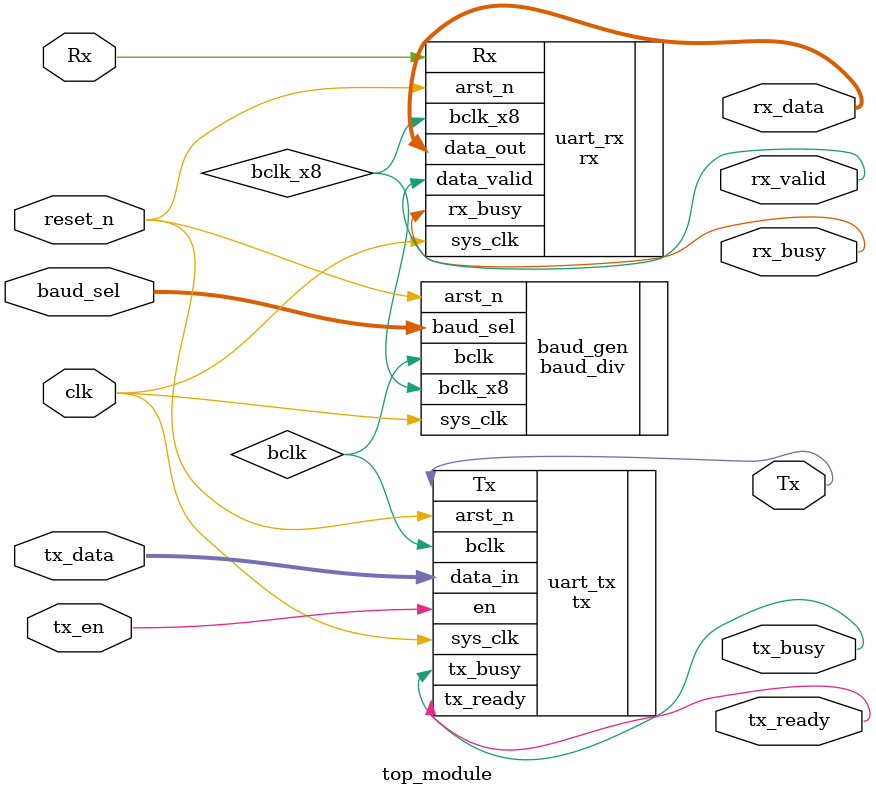
<source format=sv>
`timescale 1ns / 1ps
module top_module #(
    parameter CLK_FREQ = 100_000_000  // System clock frequency in Hz
)(
    input  logic clk,            // System clock
    input  logic reset_n,        // Active-low reset
    input  logic [1:0] baud_sel, // Baud rate selection
    // Transmitter interface
    input  logic tx_en,          // Transmit enable
    input  logic [7:0] tx_data,  // Data to transmit
    output logic tx_ready,       // Transmitter ready
    output logic tx_busy,        // Transmitter busy
    output logic Tx,             // Serial transmit output
    // Receiver interface
    input  logic Rx,             // Serial receive input
    output logic [7:0] rx_data,  // Received data
    output logic rx_valid,       // Received data valid
    output logic rx_busy         // Receiver busy
);

    // Baud rate generator signals
    logic bclk;     // 1x baud clock (for transmitter)
    logic bclk_x8;  // 8x baud clock (for receiver)

    // Instantiate baud rate generator
    baud_div #(
        .CLK_FREQ(CLK_FREQ)
    ) baud_gen (
        .sys_clk(clk),
        .arst_n(reset_n),
        .baud_sel(baud_sel),
        .bclk(bclk),
        .bclk_x8(bclk_x8)
    );

    // Instantiate transmitter
    tx uart_tx (
        .sys_clk(clk),
        .arst_n(reset_n),
        .en(tx_en),
        .data_in(tx_data),
        .bclk(bclk),
        .tx_ready(tx_ready),
        .tx_busy(tx_busy),
        .Tx(Tx)
    );

// Instantiate receiver
    rx uart_rx (
        .sys_clk(clk),
        .arst_n(reset_n),
        .Rx(Rx),
        .bclk_x8(bclk_x8),
        .data_out(rx_data),
        .data_valid(rx_valid),
        .rx_busy(rx_busy)
    );
endmodule
</source>
